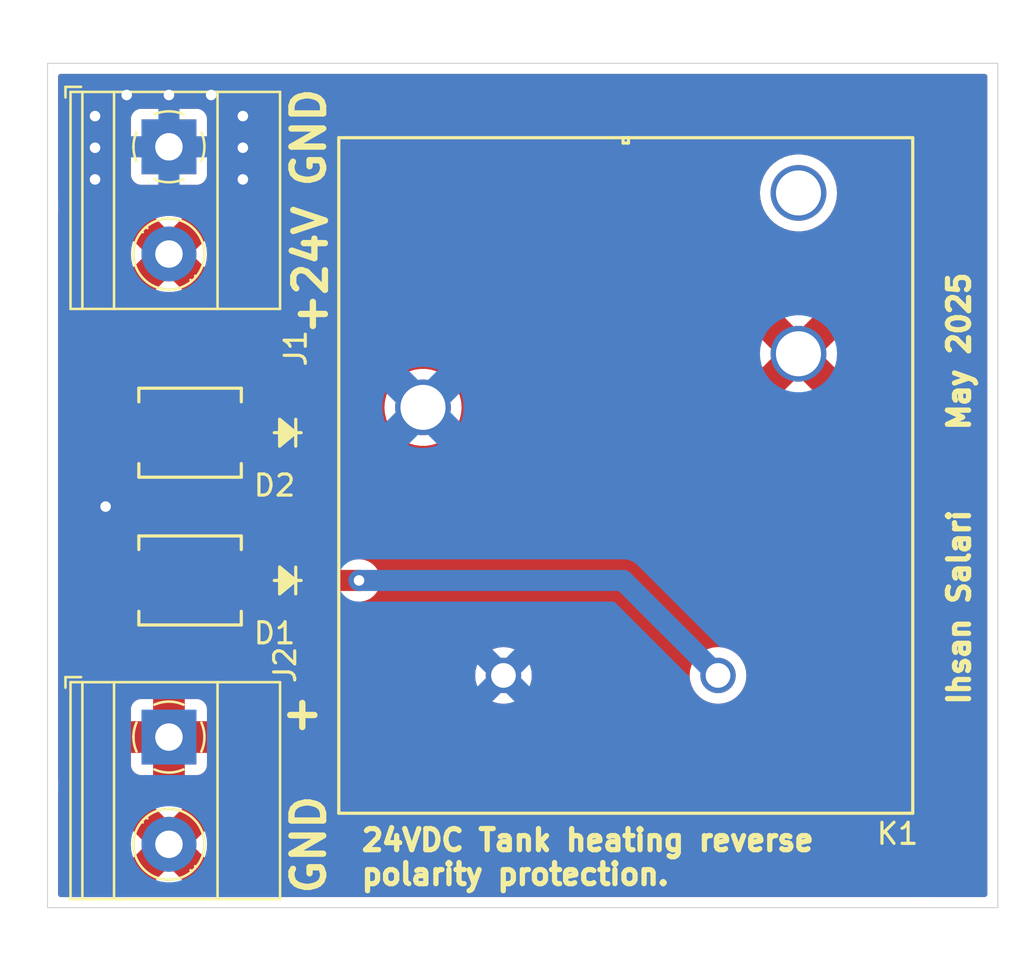
<source format=kicad_pcb>
(kicad_pcb (version 20240108) (generator "pcbnew") (generator_version "8.0")
  (layers (0 "F.Cu" signal) (31 "B.Cu" signal) (34 "B.Paste" user) (35 "F.Paste" user) (36 "B.SilkS" user "B.Silkscreen") (37 "F.SilkS" user "F.Silkscreen") (38 "B.Mask" user) (39 "F.Mask" user) (44 "Edge.Cuts" user))
  (net 0 "")
  (net 1 "GND")
  (net 2 "+BATT")
  (net 3 "/relay_coil")
  (net 4 "/relay_load_terminal")
  (footprint "ProjectLibrary:AZ2150_AMZ" (layer "F.Cu") (at 153.5 95.5)
    (property "Reference" "K1" (at 8.5 7.5 0) (layer "F.SilkS"))
    (property "Value" "Relay_SPDT" (hide yes))
    (fp_line (start -17.9578 -25.4762) (end -17.9578 6.5278) (stroke (width 0.1524)) (layer "F.SilkS"))
    (fp_line (start -17.9578 6.5278) (end 9.2202 6.5278) (stroke (width 0.1524)) (layer "F.SilkS"))
    (fp_line (start -4.4958 -25.4762) (end -4.4958 -25.2222) (stroke (width 0.1524)) (layer "F.SilkS"))
    (fp_line (start -4.4958 -25.2222) (end -4.2418 -25.2222) (stroke (width 0.1524)) (layer "F.SilkS"))
    (fp_line (start -4.2418 -25.4762) (end -4.4958 -25.4762) (stroke (width 0.1524)) (layer "F.SilkS"))
    (fp_line (start -4.2418 -25.2222) (end -4.2418 -25.4762) (stroke (width 0.1524)) (layer "F.SilkS"))
    (fp_line (start 9.2202 -25.4762) (end -17.9578 -25.4762) (stroke (width 0.1524)) (layer "F.SilkS"))
    (fp_line (start 9.2202 6.5278) (end 9.2202 -25.4762) (stroke (width 0.1524)) (layer "F.SilkS"))
    (pad "11" thru_hole circle (at -13.97 -12.7) (size 2.6416 2.6416) (drill 2.1336) (layers "*.Cu" "*.Mask") (net 1 "GND") (thermal_bridge_width 1.5) (thermal_gap 0.6))
    (pad "12" thru_hole circle (at 3.81 -22.86) (size 2.6416 2.6416) (drill 2.1336) (layers "*.Cu" "*.Mask"))
    (pad "14" thru_hole circle (at 3.81 -15.24) (size 2.6416 2.6416) (drill 2.1336) (layers "*.Cu" "*.Mask") (net 4 "/relay_load_terminal"))
    (pad "A1" thru_hole circle (at 0 0) (size 1.6764 1.6764) (drill 1.1684) (layers "*.Cu" "*.Mask") (net 3 "/relay_coil"))
    (pad "A2" thru_hole circle (at -10.16 0) (size 1.6764 1.6764) (drill 1.1684) (layers "*.Cu" "*.Mask") (net 1 "GND"))
  )
  (footprint "ProjectLibrary:SMB_STM-M" (layer "F.Cu") (at 128.5 84 180)
    (property "Reference" "D2" (at -4 -2.5 0) (layer "F.SilkS"))
    (property "Value" "D_Schottky")
    (fp_line (start 2.4257 2.1082) (end 2.4257 1.46304) (stroke (width 0.1524)) (layer "F.SilkS"))
    (fp_line (start 2.4257 -1.46304) (end 2.4257 -2.1082) (stroke (width 0.1524)) (layer "F.SilkS"))
    (fp_line (start 2.4257 -2.1082) (end -2.4257 -2.1082) (stroke (width 0.1524)) (layer "F.SilkS"))
    (fp_line (start -2.4257 2.1082) (end 2.4257 2.1082) (stroke (width 0.1524)) (layer "F.SilkS"))
    (fp_line (start -2.4257 1.46304) (end -2.4257 2.1082) (stroke (width 0.1524)) (layer "F.SilkS"))
    (fp_line (start -2.4257 -2.1082) (end -2.4257 -1.46304) (stroke (width 0.1524)) (layer "F.SilkS"))
    (fp_line (start -3.9878 0) (end -5.2578 0) (stroke (width 0.1524)) (layer "F.SilkS"))
    (fp_line (start -4.2418 -0.635) (end -4.2418 0.635) (stroke (width 0.1524)) (layer "F.SilkS"))
    (fp_line (start -5.0038 0) (end -4.2418 0.635) (stroke (width 0.1524)) (layer "F.SilkS"))
    (fp_line (start -5.0038 0) (end -4.2418 0.508) (stroke (width 0.1524)) (layer "F.SilkS"))
    (fp_line (start -5.0038 0) (end -4.2418 0.381) (stroke (width 0.1524)) (layer "F.SilkS"))
    (fp_line (start -5.0038 0) (end -4.2418 0.254) (stroke (width 0.1524)) (layer "F.SilkS"))
    (fp_line (start -5.0038 0) (end -4.2418 0.127) (stroke (width 0.1524)) (layer "F.SilkS"))
    (fp_line (start -5.0038 0) (end -4.2418 -0.127) (stroke (width 0.1524)) (layer "F.SilkS"))
    (fp_line (start -5.0038 0) (end -4.2418 -0.254) (stroke (width 0.1524)) (layer "F.SilkS"))
    (fp_line (start -5.0038 0) (end -4.2418 -0.381) (stroke (width 0.1524)) (layer "F.SilkS"))
    (fp_line (start -5.0038 0) (end -4.2418 -0.508) (stroke (width 0.1524)) (layer "F.SilkS"))
    (fp_line (start -5.0038 0) (end -4.2418 -0.635) (stroke (width 0.1524)) (layer "F.SilkS"))
    (fp_line (start -5.0038 -0.635) (end -5.0038 0.635) (stroke (width 0.1524)) (layer "F.SilkS"))
    (pad "1" smd rect (at -2.0955 0 180) (size 2.5146 2.2606) (layers "F.Cu" "F.Paste" "F.Mask") (net 3 "/relay_coil"))
    (pad "2" smd rect (at 2.0955 0 180) (size 2.5146 2.2606) (layers "F.Cu" "F.Paste" "F.Mask") (net 2 "+BATT"))
    (zone (net 0) (net_name "") (layer "F.Cu") (connect_pads (clearance 0)) (min_thickness 0.254)
      (keepout (tracks not_allowed) (vias not_allowed) (pads allowed) (copperpour not_allowed) (footprints allowed))
      (fill (thermal_gap 0.508) (thermal_bridge_width 0.508))
      (polygon (pts (xy 129.2874 85.9304) (xy 127.7126 85.9304) (xy 127.7126 82.0696) (xy 129.2874 82.0696)))
    )
  )
  (footprint "TerminalBlock_Phoenix:TerminalBlock_Phoenix_MKDS-1,5-2-5.08_1x02_P5.08mm_Horizontal" (layer "F.Cu") (at 127.5 70.455 -90)
    (property "Reference" "J1" (at 9.545 -6 90) (layer "F.SilkS"))
    (property "Value" "Battery Connector")
    (fp_line (start -2.84 4.9) (end -2.34 4.9) (stroke (width 0.12)) (layer "F.SilkS"))
    (fp_line (start -2.6 4.66) (end 7.68 4.66) (stroke (width 0.12)) (layer "F.SilkS"))
    (fp_line (start -2.84 4.16) (end -2.84 4.9) (stroke (width 0.12)) (layer "F.SilkS"))
    (fp_line (start -2.6 4.1) (end 7.68 4.1) (stroke (width 0.12)) (layer "F.SilkS"))
    (fp_line (start -2.6 2.6) (end 7.68 2.6) (stroke (width 0.12)) (layer "F.SilkS"))
    (fp_line (start 4.046 1.239) (end 4.011 1.274) (stroke (width 0.12)) (layer "F.SilkS"))
    (fp_line (start 3.853 1.023) (end 3.806 1.069) (stroke (width 0.12)) (layer "F.SilkS"))
    (fp_line (start 6.355 -1.069) (end 6.308 -1.023) (stroke (width 0.12)) (layer "F.SilkS"))
    (fp_line (start 6.15 -1.275) (end 6.115 -1.239) (stroke (width 0.12)) (layer "F.SilkS"))
    (fp_line (start -2.6 -2.301) (end 7.68 -2.301) (stroke (width 0.12)) (layer "F.SilkS"))
    (fp_line (start -2.6 -5.261) (end -2.6 4.66) (stroke (width 0.12)) (layer "F.SilkS"))
    (fp_line (start -2.6 -5.261) (end 7.68 -5.261) (stroke (width 0.12)) (layer "F.SilkS"))
    (fp_line (start 7.68 -5.261) (end 7.68 4.66) (stroke (width 0.12)) (layer "F.SilkS"))
    (fp_arc (start 0.028805 1.680253) (mid -0.335551 1.646659) (end -0.684 1.535) (stroke (width 0.12)) (layer "F.SilkS"))
    (fp_arc (start 0.683318 1.534756) (mid 0.349292 1.643288) (end 0 1.68) (stroke (width 0.12)) (layer "F.SilkS"))
    (fp_arc (start -1.535427 0.683042) (mid -1.680501 -0.000524) (end -1.535 -0.684) (stroke (width 0.12)) (layer "F.SilkS"))
    (fp_arc (start 1.535427 -0.683042) (mid 1.680501 0.000524) (end 1.535 0.684) (stroke (width 0.12)) (layer "F.SilkS"))
    (fp_arc (start -0.683042 -1.535427) (mid 0.000524 -1.680501) (end 0.684 -1.535) (stroke (width 0.12)) (layer "F.SilkS"))
    (fp_circle (center 5.08 0) (end 6.76 0) (stroke (width 0.12)) (fill none) (layer "F.SilkS"))
    (pad "1" thru_hole rect (at 0 0 270) (size 2.6 2.6) (drill 1.3) (layers "*.Cu" "*.Mask") (net 1 "GND"))
    (pad "2" thru_hole circle (at 5.08 0 270) (size 2.6 2.6) (drill 1.3) (layers "*.Cu" "*.Mask") (net 2 "+BATT"))
  )
  (footprint "ProjectLibrary:SMB_STM-M" (layer "F.Cu") (at 128.5 91 180)
    (property "Reference" "D1" (at -4 -2.5 0) (layer "F.SilkS"))
    (property "Value" "D_Schottky")
    (fp_line (start 2.4257 2.1082) (end 2.4257 1.46304) (stroke (width 0.1524)) (layer "F.SilkS"))
    (fp_line (start 2.4257 -1.46304) (end 2.4257 -2.1082) (stroke (width 0.1524)) (layer "F.SilkS"))
    (fp_line (start 2.4257 -2.1082) (end -2.4257 -2.1082) (stroke (width 0.1524)) (layer "F.SilkS"))
    (fp_line (start -2.4257 2.1082) (end 2.4257 2.1082) (stroke (width 0.1524)) (layer "F.SilkS"))
    (fp_line (start -2.4257 1.46304) (end -2.4257 2.1082) (stroke (width 0.1524)) (layer "F.SilkS"))
    (fp_line (start -2.4257 -2.1082) (end -2.4257 -1.46304) (stroke (width 0.1524)) (layer "F.SilkS"))
    (fp_line (start -3.9878 0) (end -5.2578 0) (stroke (width 0.1524)) (layer "F.SilkS"))
    (fp_line (start -4.2418 -0.635) (end -4.2418 0.635) (stroke (width 0.1524)) (layer "F.SilkS"))
    (fp_line (start -5.0038 0) (end -4.2418 0.635) (stroke (width 0.1524)) (layer "F.SilkS"))
    (fp_line (start -5.0038 0) (end -4.2418 0.508) (stroke (width 0.1524)) (layer "F.SilkS"))
    (fp_line (start -5.0038 0) (end -4.2418 0.381) (stroke (width 0.1524)) (layer "F.SilkS"))
    (fp_line (start -5.0038 0) (end -4.2418 0.254) (stroke (width 0.1524)) (layer "F.SilkS"))
    (fp_line (start -5.0038 0) (end -4.2418 0.127) (stroke (width 0.1524)) (layer "F.SilkS"))
    (fp_line (start -5.0038 0) (end -4.2418 -0.127) (stroke (width 0.1524)) (layer "F.SilkS"))
    (fp_line (start -5.0038 0) (end -4.2418 -0.254) (stroke (width 0.1524)) (layer "F.SilkS"))
    (fp_line (start -5.0038 0) (end -4.2418 -0.381) (stroke (width 0.1524)) (layer "F.SilkS"))
    (fp_line (start -5.0038 0) (end -4.2418 -0.508) (stroke (width 0.1524)) (layer "F.SilkS"))
    (fp_line (start -5.0038 0) (end -4.2418 -0.635) (stroke (width 0.1524)) (layer "F.SilkS"))
    (fp_line (start -5.0038 -0.635) (end -5.0038 0.635) (stroke (width 0.1524)) (layer "F.SilkS"))
    (pad "1" smd rect (at -2.0955 0 180) (size 2.5146 2.2606) (layers "F.Cu" "F.Paste" "F.Mask") (net 3 "/relay_coil"))
    (pad "2" smd rect (at 2.0955 0 180) (size 2.5146 2.2606) (layers "F.Cu" "F.Paste" "F.Mask") (net 1 "GND"))
    (zone (net 0) (net_name "") (layer "F.Cu") (connect_pads (clearance 0)) (min_thickness 0.254)
      (keepout (tracks not_allowed) (vias not_allowed) (pads allowed) (copperpour not_allowed) (footprints allowed))
      (fill (thermal_gap 0.508) (thermal_bridge_width 0.508))
      (polygon (pts (xy 129.2874 92.9304) (xy 127.7126 92.9304) (xy 127.7126 89.0696) (xy 129.2874 89.0696)))
    )
  )
  (footprint "TerminalBlock_Phoenix:TerminalBlock_Phoenix_MKDS-1,5-2-5.08_1x02_P5.08mm_Horizontal" (layer "F.Cu") (at 127.5 98.42 -90)
    (property "Reference" "J2" (at -3.42 -5.5 90) (layer "F.SilkS"))
    (property "Value" "Output")
    (fp_line (start -2.84 4.9) (end -2.34 4.9) (stroke (width 0.12)) (layer "F.SilkS"))
    (fp_line (start -2.6 4.66) (end 7.68 4.66) (stroke (width 0.12)) (layer "F.SilkS"))
    (fp_line (start -2.84 4.16) (end -2.84 4.9) (stroke (width 0.12)) (layer "F.SilkS"))
    (fp_line (start -2.6 4.1) (end 7.68 4.1) (stroke (width 0.12)) (layer "F.SilkS"))
    (fp_line (start -2.6 2.6) (end 7.68 2.6) (stroke (width 0.12)) (layer "F.SilkS"))
    (fp_line (start 4.046 1.239) (end 4.011 1.274) (stroke (width 0.12)) (layer "F.SilkS"))
    (fp_line (start 3.853 1.023) (end 3.806 1.069) (stroke (width 0.12)) (layer "F.SilkS"))
    (fp_line (start 6.355 -1.069) (end 6.308 -1.023) (stroke (width 0.12)) (layer "F.SilkS"))
    (fp_line (start 6.15 -1.275) (end 6.115 -1.239) (stroke (width 0.12)) (layer "F.SilkS"))
    (fp_line (start -2.6 -2.301) (end 7.68 -2.301) (stroke (width 0.12)) (layer "F.SilkS"))
    (fp_line (start -2.6 -5.261) (end -2.6 4.66) (stroke (width 0.12)) (layer "F.SilkS"))
    (fp_line (start -2.6 -5.261) (end 7.68 -5.261) (stroke (width 0.12)) (layer "F.SilkS"))
    (fp_line (start 7.68 -5.261) (end 7.68 4.66) (stroke (width 0.12)) (layer "F.SilkS"))
    (fp_arc (start 0.028805 1.680253) (mid -0.335551 1.646659) (end -0.684 1.535) (stroke (width 0.12)) (layer "F.SilkS"))
    (fp_arc (start 0.683318 1.534756) (mid 0.349292 1.643288) (end 0 1.68) (stroke (width 0.12)) (layer "F.SilkS"))
    (fp_arc (start -1.535427 0.683042) (mid -1.680501 -0.000524) (end -1.535 -0.684) (stroke (width 0.12)) (layer "F.SilkS"))
    (fp_arc (start 1.535427 -0.683042) (mid 1.680501 0.000524) (end 1.535 0.684) (stroke (width 0.12)) (layer "F.SilkS"))
    (fp_arc (start -0.683042 -1.535427) (mid 0.000524 -1.680501) (end 0.684 -1.535) (stroke (width 0.12)) (layer "F.SilkS"))
    (fp_circle (center 5.08 0) (end 6.76 0) (stroke (width 0.12)) (fill none) (layer "F.SilkS"))
    (pad "1" thru_hole rect (at 0 0 270) (size 2.6 2.6) (drill 1.3) (layers "*.Cu" "*.Mask") (net 2 "+BATT"))
    (pad "2" thru_hole circle (at 5.08 0 270) (size 2.6 2.6) (drill 1.3) (layers "*.Cu" "*.Mask") (net 4 "/relay_load_terminal"))
  )
  (gr_rect (start 121.75 66.5) (end 166.75 106.5) (stroke (width 0.05)) (fill none) (layer "Edge.Cuts"))
  (gr_text "+24V\n\n" (at 137.5 79.5 90) (layer "F.SilkS") (effects (font (size 1.5 1.5) (thickness 0.3) (bold yes)) (justify left bottom)))
  (gr_text "+\n\n" (at 137 98.5 90) (layer "F.SilkS") (effects (font (size 1.5 1.5) (thickness 0.3) (bold yes)) (justify left bottom)))
  (gr_text "GND\n" (at 135 72.5 90) (layer "F.SilkS") (effects (font (size 1.5 1.5) (thickness 0.3) (bold yes)) (justify left bottom)))
  (gr_text "Ihsan Salari\n" (at 165.5 97 90) (layer "F.SilkS") (effects (font (size 1 1) (thickness 0.25) (bold yes)) (justify left bottom)))
  (gr_text "May 2025\n" (at 165.5 84 90) (layer "F.SilkS") (effects (font (size 1 1) (thickness 0.25) (bold yes)) (justify left bottom)))
  (gr_text "GND\n" (at 135 106 90) (layer "F.SilkS") (effects (font (size 1.5 1.5) (thickness 0.3) (bold yes)) (justify left bottom)))
  (gr_text "24VDC Tank heating reverse\npolarity protection.\n" (at 136.5 105.5 0) (layer "F.SilkS") (effects (font (size 1 1) (thickness 0.25) (bold yes)) (justify left bottom)))
  (segment (start 126.4045 91) (end 126.4045 89.4045) (width 1) (layer "F.Cu") (net 1))
  (segment (start 126.4045 89.4045) (end 124.5 87.5) (width 1) (layer "F.Cu") (net 1))
  (via (at 131 72) (size 1) (drill 0.5) (layers "F.Cu" "B.Cu") (net 1))
  (via (at 124 69) (size 1) (drill 0.5) (layers "F.Cu" "B.Cu") (net 1))
  (via (at 127.5 68) (size 1) (drill 0.5) (layers "F.Cu" "B.Cu") (net 1))
  (via (at 124 72) (size 1) (drill 0.5) (layers "F.Cu" "B.Cu") (net 1))
  (via (at 124 70.5) (size 1) (drill 0.5) (layers "F.Cu" "B.Cu") (net 1))
  (via (at 131 69) (size 1) (drill 0.5) (layers "F.Cu" "B.Cu") (net 1))
  (via (at 125.5 68) (size 1) (drill 0.5) (layers "F.Cu" "B.Cu") (net 1))
  (via (at 124.5 87.5) (size 1) (drill 0.5) (layers "F.Cu" "B.Cu") (net 1))
  (via (at 131 70.5) (size 1) (drill 0.5) (layers "F.Cu" "B.Cu") (net 1))
  (via (at 129.5 68) (size 1) (drill 0.5) (layers "F.Cu" "B.Cu") (net 1))
  (segment (start 136.5 91) (end 130.5955 91) (width 1) (layer "F.Cu") (net 3))
  (segment (start 130.5955 91) (end 130.5955 84) (width 1) (layer "F.Cu") (net 3))
  (via (at 136.5 91) (size 1) (drill 0.5) (layers "F.Cu" "B.Cu") (net 3))
  (segment (start 153.5 95.5) (end 149 91) (width 1) (layer "B.Cu") (net 3))
  (segment (start 149 91) (end 136.5 91) (width 1) (layer "B.Cu") (net 3))
  (zone (net 1) (net_name "GND") (layer "F.Cu") (priority 3) (connect_pads (clearance 0.5)) (min_thickness 0.25) (fill yes (thermal_gap 0.5) (thermal_bridge_width 0.5))
    (polygon (pts (xy 119.5 63.5) (xy 119.5 73) (xy 136 73) (xy 136 77) (xy 163.5 77) (xy 163.5 109) (xy 168 109) (xy 168 64)))
  )
  (zone (net 4) (net_name "/relay_load_terminal") (layer "F.Cu") (priority 2) (connect_pads (clearance 0.5)) (min_thickness 0.25) (fill yes (thermal_gap 0.6) (thermal_bridge_width 1.5))
    (polygon (pts (xy 120 101) (xy 136 101) (xy 136 77.5) (xy 163 77.5) (xy 163 109) (xy 120 109.5)))
  )
  (zone (net 2) (net_name "+BATT") (layer "F.Cu") (priority 1) (connect_pads (clearance 0.5)) (min_thickness 0.25) (fill yes (thermal_gap 0.5) (thermal_bridge_width 1.5))
    (polygon (pts (xy 120 73.5) (xy 135.5 73.5) (xy 135.5 100.5) (xy 120 100.5)))
  )
  (zone (net 1) (net_name "GND") (layer "B.Cu") (connect_pads (clearance 0.5)) (min_thickness 0.25) (fill yes (thermal_gap 0.5) (thermal_bridge_width 1))
    (polygon (pts (xy 120.5 64) (xy 167.5 64) (xy 168 109) (xy 120 109.5)))
  )
)
</source>
